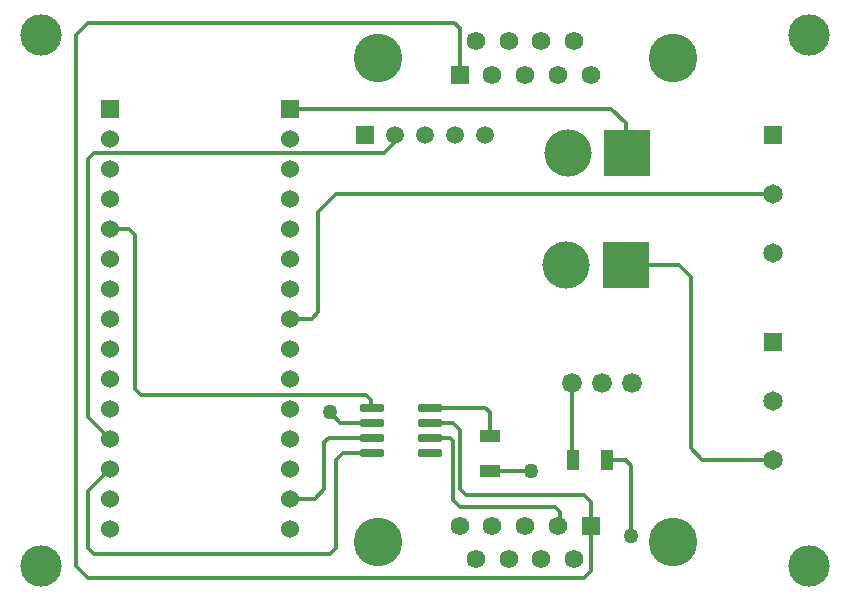
<source format=gtl>
G04*
G04 #@! TF.GenerationSoftware,Altium Limited,Altium Designer,22.8.2 (66)*
G04*
G04 Layer_Physical_Order=1*
G04 Layer_Color=255*
%FSLAX42Y42*%
%MOMM*%
G71*
G04*
G04 #@! TF.SameCoordinates,DC65C484-324B-465E-8F3B-FD5F0C8E9CB4*
G04*
G04*
G04 #@! TF.FilePolarity,Positive*
G04*
G01*
G75*
%ADD15R,1.13X1.77*%
G04:AMPARAMS|DCode=16|XSize=1.97mm|YSize=0.6mm|CornerRadius=0.08mm|HoleSize=0mm|Usage=FLASHONLY|Rotation=0.000|XOffset=0mm|YOffset=0mm|HoleType=Round|Shape=RoundedRectangle|*
%AMROUNDEDRECTD16*
21,1,1.97,0.45,0,0,0.0*
21,1,1.82,0.60,0,0,0.0*
1,1,0.15,0.91,-0.23*
1,1,0.15,-0.91,-0.23*
1,1,0.15,-0.91,0.23*
1,1,0.15,0.91,0.23*
%
%ADD16ROUNDEDRECTD16*%
%ADD17R,1.77X1.13*%
%ADD35C,0.35*%
%ADD36C,3.50*%
%ADD37R,1.65X1.65*%
%ADD38C,1.65*%
%ADD39C,1.58*%
%ADD40R,1.58X1.58*%
%ADD41C,4.12*%
%ADD42C,4.00*%
%ADD43R,4.00X4.00*%
%ADD44C,1.53*%
%ADD45R,1.53X1.53*%
%ADD46R,1.51X1.51*%
%ADD47C,1.51*%
%ADD48C,1.68*%
%ADD49C,1.27*%
D15*
X5047Y1150D02*
D03*
X4753D02*
D03*
D16*
X3053Y1590D02*
D03*
Y1464D02*
D03*
Y1336D02*
D03*
Y1210D02*
D03*
X3547D02*
D03*
Y1336D02*
D03*
Y1464D02*
D03*
Y1590D02*
D03*
D17*
X4050Y1053D02*
D03*
Y1347D02*
D03*
D35*
X838Y3106D02*
X844Y3100D01*
X1000D02*
X1050Y3050D01*
Y1750D02*
Y3050D01*
X844Y3100D02*
X1000D01*
X2750Y3400D02*
X6450D01*
X2600Y3250D02*
X2750Y3400D01*
X2600Y2400D02*
Y3250D01*
X550Y4750D02*
X650Y4850D01*
X550Y250D02*
Y4750D01*
X650Y4850D02*
X3750D01*
X550Y250D02*
X650Y150D01*
X4850D01*
X5200Y2800D02*
X5650D01*
X5750Y2700D01*
Y1250D02*
X5850Y1150D01*
X6450D01*
X5750Y1250D02*
Y2700D01*
X4050Y1053D02*
X4397D01*
X4746Y1157D02*
X4753Y1150D01*
X4746Y1157D02*
Y1800D01*
X5250Y500D02*
Y1100D01*
X5200Y1150D02*
X5250Y1100D01*
X5047Y1150D02*
X5200D01*
X650Y885D02*
X838Y1073D01*
X650Y400D02*
Y885D01*
Y1515D02*
Y3700D01*
Y1515D02*
Y1550D01*
Y1515D02*
X838Y1327D01*
X2362Y2343D02*
X2543D01*
X2600Y2400D01*
X5200Y3750D02*
Y4000D01*
X5078Y4122D02*
X5200Y4000D01*
X3246Y3837D02*
Y3900D01*
X698Y3748D02*
X3157D01*
X3246Y3837D01*
X650Y3700D02*
X698Y3748D01*
X3224Y3878D02*
X3246Y3900D01*
X2786Y1464D02*
X3053D01*
X2700Y1550D02*
X2786Y1464D01*
X4904Y204D02*
Y592D01*
X4850Y150D02*
X4904Y204D01*
X2411Y1701D02*
X2412Y1700D01*
X3000D01*
X1099Y1701D02*
X2411D01*
X1050Y1750D02*
X1099Y1701D01*
X3048Y1596D02*
Y1652D01*
X3000Y1700D02*
X3048Y1652D01*
Y1596D02*
X3053Y1590D01*
X2362Y4122D02*
X5078D01*
X650Y400D02*
X700Y350D01*
X2700D01*
X2750Y400D01*
Y1150D01*
X2650Y900D02*
Y1300D01*
X2569Y819D02*
X2650Y900D01*
Y1300D02*
X2686Y1336D01*
X2750Y1150D02*
X2809Y1210D01*
X3053D01*
X2362Y819D02*
X2569D01*
X2686Y1336D02*
X3053D01*
X4010Y1590D02*
X4050Y1550D01*
X3547Y1590D02*
X4010D01*
X4050Y1347D02*
Y1550D01*
X4627Y592D02*
X4647Y612D01*
X4600Y750D02*
X4647Y703D01*
Y612D02*
Y703D01*
X3800Y750D02*
X4600D01*
X3740Y810D02*
X3800Y750D01*
X3740Y810D02*
Y1310D01*
X3800Y900D02*
Y1400D01*
X3850Y850D02*
X4850D01*
X3800Y900D02*
X3850Y850D01*
X3737Y1464D02*
X3800Y1400D01*
X3713Y1336D02*
X3740Y1310D01*
X3547Y1336D02*
X3713D01*
X3547Y1464D02*
X3737D01*
X4850Y850D02*
X4904Y796D01*
Y592D02*
Y796D01*
X3796Y4408D02*
Y4804D01*
X3750Y4850D02*
X3796Y4804D01*
D36*
X250Y4750D02*
D03*
X6750Y250D02*
D03*
Y4750D02*
D03*
X250Y250D02*
D03*
D37*
X6450Y2150D02*
D03*
Y3900D02*
D03*
D38*
Y1650D02*
D03*
Y1150D02*
D03*
Y3400D02*
D03*
Y2900D02*
D03*
D39*
X3796Y592D02*
D03*
X3935Y308D02*
D03*
X4073Y592D02*
D03*
X4212Y308D02*
D03*
X4350Y592D02*
D03*
X4488Y308D02*
D03*
X4627Y592D02*
D03*
X4765Y308D02*
D03*
X4904Y4408D02*
D03*
X4765Y4692D02*
D03*
X4627Y4408D02*
D03*
X4488Y4692D02*
D03*
X4350Y4408D02*
D03*
X4212Y4692D02*
D03*
X4073Y4408D02*
D03*
X3935Y4692D02*
D03*
D40*
X4904Y592D02*
D03*
X3796Y4408D02*
D03*
D41*
X3100Y450D02*
D03*
X5599D02*
D03*
Y4550D02*
D03*
X3100D02*
D03*
D42*
X4700Y2800D02*
D03*
X4710Y3750D02*
D03*
D43*
X5200Y2800D02*
D03*
X5210Y3750D02*
D03*
D44*
X838Y566D02*
D03*
Y819D02*
D03*
Y1073D02*
D03*
Y1327D02*
D03*
Y1581D02*
D03*
Y1835D02*
D03*
Y2090D02*
D03*
Y2343D02*
D03*
Y2598D02*
D03*
Y2851D02*
D03*
Y3106D02*
D03*
Y3360D02*
D03*
Y3613D02*
D03*
Y3867D02*
D03*
X2362Y566D02*
D03*
Y819D02*
D03*
Y1073D02*
D03*
Y1327D02*
D03*
Y1581D02*
D03*
Y1835D02*
D03*
Y2090D02*
D03*
Y2343D02*
D03*
Y2598D02*
D03*
Y2851D02*
D03*
Y3106D02*
D03*
Y3360D02*
D03*
Y3613D02*
D03*
Y3867D02*
D03*
D45*
X838Y4122D02*
D03*
X2362D02*
D03*
D46*
X2992Y3900D02*
D03*
D47*
X3246D02*
D03*
X3500D02*
D03*
X3754D02*
D03*
X4008D02*
D03*
D48*
X5000Y1800D02*
D03*
X5254D02*
D03*
X4746D02*
D03*
D49*
X4397Y1053D02*
D03*
X5250Y500D02*
D03*
X2700Y1550D02*
D03*
M02*

</source>
